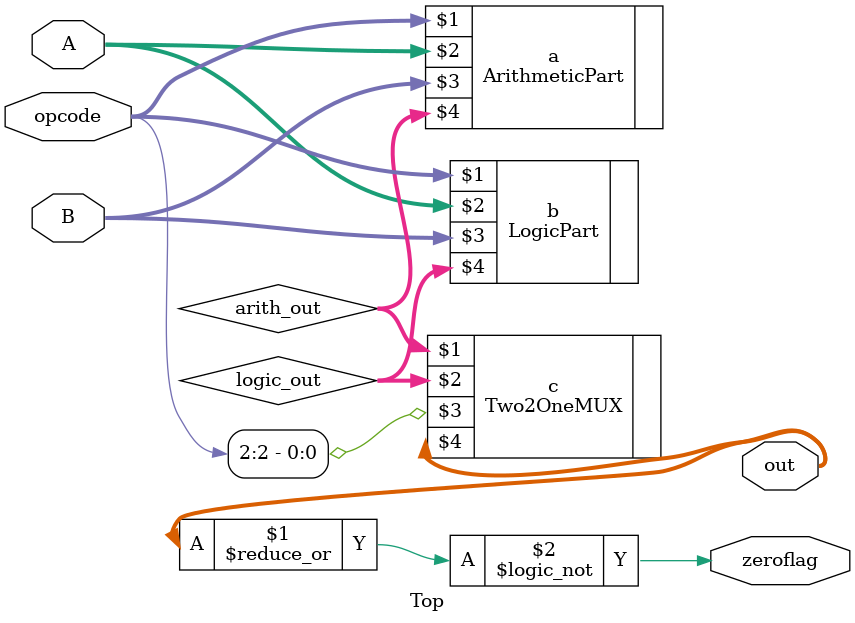
<source format=v>
`timescale 1ns / 1ps


module Top(
    input [3:0] opcode,
    input [31:0] A,
    input [31:0] B,
    
    output zeroflag,
    output [31:0] out
);
    wire [31:0] arith_out;
    wire [31:0] logic_out;
    
    ArithmeticPart a (opcode, A, B, arith_out);
    LogicPart b (opcode, A, B, logic_out);
    
    Two2OneMUX c (arith_out, logic_out, opcode[2], out);
    assign zeroflag = ~|out;
    
endmodule

</source>
